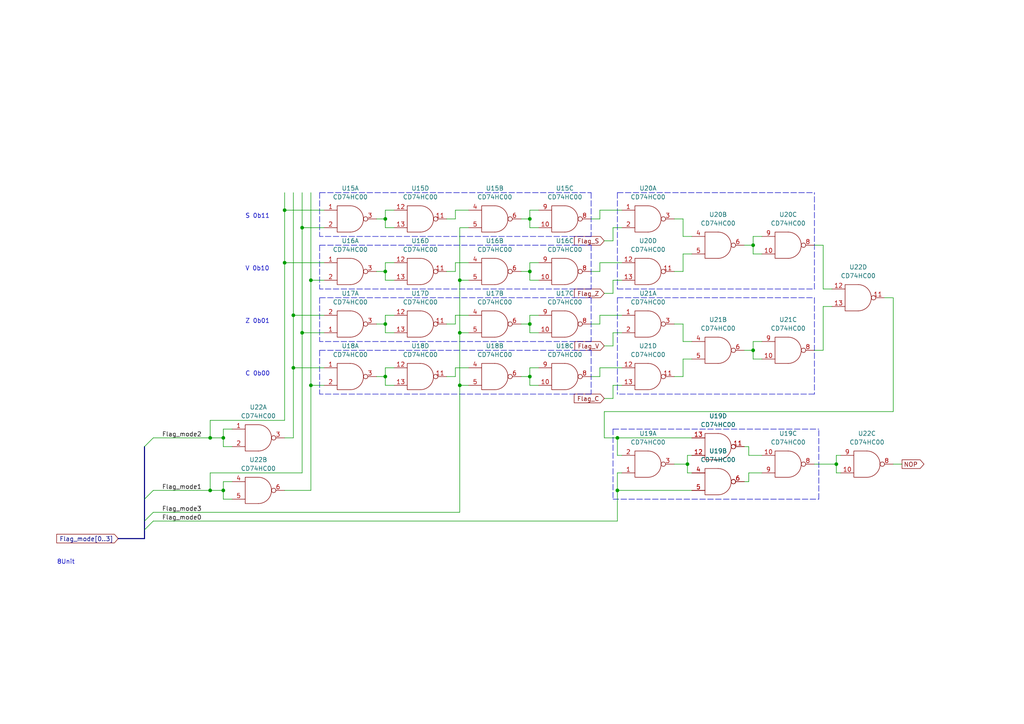
<source format=kicad_sch>
(kicad_sch (version 20211123) (generator eeschema)
  (paper "A4")
  (lib_symbols
    (symbol "CD74HCxx:CD74HC00" (pin_names (offset 0.762))
      (property "Reference" "U" (at -2.54 6.985 0))
      (property "Value" "CD74HC00" (at 1.27 5.08 0))
      (symbol "CD74HC00_0_0"
        (pin power_in line (at -2.54 2.54 0) (length 0) hide (name "VCC") (number "14"))
        (pin power_in line (at -2.54 -2.54 0) (length 0) hide (name "GND") (number "7"))
      )
      (symbol "CD74HC00_0_1"
        (arc (start 0 -3.81) (mid 3.81 0) (end 0 3.81))
        (polyline (pts (xy 0 3.81) (xy -3.81 3.81) (xy -3.81 -3.81) (xy 0 -3.81)))
      )
      (symbol "CD74HC00_0_2"
        (arc (start -4.445 -3.81) (mid -3.175 0) (end -4.445 3.81))
        (arc (start -3.175 -3.81) (mid 0.803 -2.7954) (end 3.81 0))
        (polyline (pts (xy -4.445 -3.81) (xy -3.175 -3.81)))
        (polyline (pts (xy -4.445 3.81) (xy -3.175 3.81)))
        (arc (start 3.81 0) (mid 0.8099 2.8117) (end -3.175 3.81))
      )
      (symbol "CD74HC00_1_1"
        (pin input line (at -7.62 2.54 0) (length 3.81) (name "~") (number "1"))
        (pin input line (at -7.62 -2.54 0) (length 3.81) (name "~") (number "2"))
        (pin output inverted (at 7.62 0 180) (length 3.81) (name "~") (number "3"))
      )
      (symbol "CD74HC00_1_2"
        (pin input inverted (at -7.62 2.54 0) (length 3.81) (name "~") (number "1"))
        (pin input inverted (at -7.62 -2.54 0) (length 3.81) (name "~") (number "2"))
        (pin output line (at 7.62 0 180) (length 3.81) (name "~") (number "3"))
      )
      (symbol "CD74HC00_2_1"
        (pin input line (at -7.62 2.54 0) (length 3.81) (name "~") (number "4"))
        (pin input line (at -7.62 -2.54 0) (length 3.81) (name "~") (number "5"))
        (pin output inverted (at 7.62 0 180) (length 3.81) (name "~") (number "6"))
      )
      (symbol "CD74HC00_2_2"
        (pin input inverted (at -7.62 2.54 0) (length 3.81) (name "~") (number "4"))
        (pin input inverted (at -7.62 -2.54 0) (length 3.81) (name "~") (number "5"))
        (pin output line (at 7.62 0 180) (length 3.81) (name "~") (number "6"))
      )
      (symbol "CD74HC00_3_1"
        (pin input line (at -7.62 -2.54 0) (length 3.81) (name "~") (number "10"))
        (pin output inverted (at 7.62 0 180) (length 3.81) (name "~") (number "8"))
        (pin input line (at -7.62 2.54 0) (length 3.81) (name "~") (number "9"))
      )
      (symbol "CD74HC00_3_2"
        (pin input inverted (at -7.62 -2.54 0) (length 3.81) (name "~") (number "10"))
        (pin output line (at 7.62 0 180) (length 3.81) (name "~") (number "8"))
        (pin input inverted (at -7.62 2.54 0) (length 3.81) (name "~") (number "9"))
      )
      (symbol "CD74HC00_4_1"
        (pin output inverted (at 7.62 0 180) (length 3.81) (name "~") (number "11"))
        (pin input line (at -7.62 2.54 0) (length 3.81) (name "~") (number "12"))
        (pin input line (at -7.62 -2.54 0) (length 3.81) (name "~") (number "13"))
      )
      (symbol "CD74HC00_4_2"
        (pin output line (at 7.62 0 180) (length 3.81) (name "~") (number "11"))
        (pin input inverted (at -7.62 2.54 0) (length 3.81) (name "~") (number "12"))
        (pin input inverted (at -7.62 -2.54 0) (length 3.81) (name "~") (number "13"))
      )
    )
  )
  (junction (at 60.96 142.24))
  (junction (at 218.44 71.12))
  (junction (at 153.67 93.98))
  (junction (at 111.76 109.22))
  (junction (at 85.09 91.44))
  (junction (at 111.76 78.74))
  (junction (at 199.39 134.62))
  (junction (at 64.77 127))
  (junction (at 133.35 96.52))
  (junction (at 60.96 127))
  (junction (at 133.35 111.76))
  (junction (at 64.77 142.24))
  (junction (at 242.57 134.62))
  (junction (at 90.17 111.76))
  (junction (at 85.09 106.68))
  (junction (at 218.44 101.6))
  (junction (at 90.17 81.28))
  (junction (at 82.55 60.96))
  (junction (at 133.35 81.28))
  (junction (at 111.76 93.98))
  (junction (at 179.07 142.24))
  (junction (at 111.76 63.5))
  (junction (at 179.07 127))
  (junction (at 153.67 63.5))
  (junction (at 87.63 96.52))
  (junction (at 82.55 76.2))
  (junction (at 87.63 66.04))
  (junction (at 153.67 109.22))
  (junction (at 153.67 78.74))
  (bus_entry (at 41.91 153.67) (size 2.54 -2.54))
  (bus_entry (at 41.91 151.13) (size 2.54 -2.54))
  (bus_entry (at 41.91 144.78) (size 2.54 -2.54))
  (bus_entry (at 41.91 129.54) (size 2.54 -2.54))
  (wire (pts (xy 64.77 129.54) (xy 64.77 127)))
  (wire (pts (xy 132.08 78.74) (xy 132.08 76.2)))
  (polyline (pts (xy 179.07 86.36) (xy 236.22 86.36)))
  (polyline (pts (xy 92.71 101.6) (xy 92.71 114.3)))
  (polyline (pts (xy 171.45 68.58) (xy 92.71 68.58)))
  (wire (pts (xy 44.45 148.59) (xy 133.35 148.59)))
  (wire (pts (xy 195.58 63.5) (xy 198.12 63.5)))
  (wire (pts (xy 44.45 151.13) (xy 179.07 151.13)))
  (polyline (pts (xy 179.07 83.82) (xy 236.22 83.82)))
  (wire (pts (xy 218.44 101.6) (xy 218.44 99.06)))
  (wire (pts (xy 109.22 63.5) (xy 111.76 63.5)))
  (wire (pts (xy 238.76 101.6) (xy 238.76 88.9)))
  (wire (pts (xy 64.77 144.78) (xy 64.77 142.24)))
  (wire (pts (xy 151.13 109.22) (xy 153.67 109.22)))
  (wire (pts (xy 132.08 60.96) (xy 135.89 60.96)))
  (polyline (pts (xy 177.8 124.46) (xy 177.8 144.78)))
  (wire (pts (xy 177.8 111.76) (xy 177.8 115.57)))
  (polyline (pts (xy 171.45 71.12) (xy 171.45 83.82)))
  (wire (pts (xy 132.08 109.22) (xy 132.08 106.68)))
  (wire (pts (xy 200.66 137.16) (xy 199.39 137.16)))
  (wire (pts (xy 111.76 106.68) (xy 114.3 106.68)))
  (wire (pts (xy 220.98 104.14) (xy 218.44 104.14)))
  (wire (pts (xy 111.76 96.52) (xy 111.76 93.98)))
  (wire (pts (xy 153.67 76.2) (xy 156.21 76.2)))
  (wire (pts (xy 153.67 91.44) (xy 156.21 91.44)))
  (polyline (pts (xy 236.22 86.36) (xy 236.22 114.3)))
  (wire (pts (xy 87.63 66.04) (xy 87.63 96.52)))
  (polyline (pts (xy 179.07 55.88) (xy 236.22 55.88)))
  (wire (pts (xy 133.35 148.59) (xy 133.35 111.76)))
  (wire (pts (xy 179.07 142.24) (xy 200.66 142.24)))
  (wire (pts (xy 109.22 78.74) (xy 111.76 78.74)))
  (wire (pts (xy 199.39 134.62) (xy 199.39 132.08)))
  (wire (pts (xy 195.58 93.98) (xy 198.12 93.98)))
  (wire (pts (xy 195.58 78.74) (xy 198.12 78.74)))
  (wire (pts (xy 153.67 109.22) (xy 153.67 106.68)))
  (wire (pts (xy 173.99 91.44) (xy 180.34 91.44)))
  (wire (pts (xy 114.3 81.28) (xy 111.76 81.28)))
  (bus (pts (xy 41.91 153.67) (xy 41.91 156.21)))
  (wire (pts (xy 198.12 109.22) (xy 198.12 104.14)))
  (wire (pts (xy 175.26 85.09) (xy 177.8 85.09)))
  (wire (pts (xy 198.12 104.14) (xy 200.66 104.14)))
  (wire (pts (xy 60.96 127) (xy 64.77 127)))
  (wire (pts (xy 173.99 78.74) (xy 173.99 76.2)))
  (wire (pts (xy 85.09 91.44) (xy 93.98 91.44)))
  (polyline (pts (xy 236.22 83.82) (xy 236.22 55.88)))
  (wire (pts (xy 111.76 111.76) (xy 111.76 109.22)))
  (polyline (pts (xy 92.71 86.36) (xy 171.45 86.36)))
  (wire (pts (xy 153.67 63.5) (xy 153.67 60.96)))
  (wire (pts (xy 132.08 93.98) (xy 132.08 91.44)))
  (wire (pts (xy 153.67 106.68) (xy 156.21 106.68)))
  (wire (pts (xy 242.57 137.16) (xy 242.57 134.62)))
  (wire (pts (xy 171.45 93.98) (xy 173.99 93.98)))
  (wire (pts (xy 111.76 91.44) (xy 114.3 91.44)))
  (wire (pts (xy 198.12 68.58) (xy 200.66 68.58)))
  (wire (pts (xy 220.98 73.66) (xy 218.44 73.66)))
  (wire (pts (xy 173.99 63.5) (xy 173.99 60.96)))
  (wire (pts (xy 90.17 81.28) (xy 93.98 81.28)))
  (wire (pts (xy 180.34 132.08) (xy 179.07 132.08)))
  (wire (pts (xy 236.22 134.62) (xy 242.57 134.62)))
  (wire (pts (xy 67.31 124.46) (xy 64.77 124.46)))
  (wire (pts (xy 153.67 109.22) (xy 153.67 111.76)))
  (polyline (pts (xy 92.71 86.36) (xy 92.71 99.06)))
  (wire (pts (xy 82.55 127) (xy 85.09 127)))
  (wire (pts (xy 133.35 81.28) (xy 133.35 96.52)))
  (polyline (pts (xy 92.71 71.12) (xy 171.45 71.12)))
  (wire (pts (xy 153.67 60.96) (xy 156.21 60.96)))
  (polyline (pts (xy 171.45 83.82) (xy 92.71 83.82)))
  (wire (pts (xy 179.07 151.13) (xy 179.07 142.24)))
  (bus (pts (xy 41.91 144.78) (xy 41.91 151.13)))
  (wire (pts (xy 238.76 71.12) (xy 238.76 83.82)))
  (wire (pts (xy 215.9 101.6) (xy 218.44 101.6)))
  (wire (pts (xy 111.76 76.2) (xy 114.3 76.2)))
  (wire (pts (xy 173.99 106.68) (xy 180.34 106.68)))
  (wire (pts (xy 177.8 96.52) (xy 177.8 100.33)))
  (wire (pts (xy 129.54 93.98) (xy 132.08 93.98)))
  (wire (pts (xy 171.45 78.74) (xy 173.99 78.74)))
  (wire (pts (xy 85.09 91.44) (xy 85.09 106.68)))
  (wire (pts (xy 90.17 55.88) (xy 90.17 81.28)))
  (polyline (pts (xy 179.07 86.36) (xy 179.07 114.3)))
  (wire (pts (xy 215.9 71.12) (xy 218.44 71.12)))
  (wire (pts (xy 179.07 137.16) (xy 179.07 142.24)))
  (wire (pts (xy 60.96 142.24) (xy 64.77 142.24)))
  (wire (pts (xy 87.63 96.52) (xy 93.98 96.52)))
  (wire (pts (xy 151.13 78.74) (xy 153.67 78.74)))
  (wire (pts (xy 156.21 96.52) (xy 153.67 96.52)))
  (wire (pts (xy 218.44 71.12) (xy 218.44 68.58)))
  (wire (pts (xy 133.35 111.76) (xy 135.89 111.76)))
  (wire (pts (xy 60.96 142.24) (xy 60.96 137.16)))
  (wire (pts (xy 153.67 78.74) (xy 153.67 76.2)))
  (wire (pts (xy 133.35 66.04) (xy 135.89 66.04)))
  (wire (pts (xy 171.45 109.22) (xy 173.99 109.22)))
  (wire (pts (xy 111.76 93.98) (xy 111.76 91.44)))
  (wire (pts (xy 238.76 83.82) (xy 241.3 83.82)))
  (wire (pts (xy 111.76 66.04) (xy 111.76 63.5)))
  (wire (pts (xy 256.54 86.36) (xy 259.08 86.36)))
  (wire (pts (xy 82.55 60.96) (xy 82.55 76.2)))
  (wire (pts (xy 111.76 63.5) (xy 111.76 60.96)))
  (wire (pts (xy 60.96 121.92) (xy 82.55 121.92)))
  (wire (pts (xy 90.17 111.76) (xy 90.17 142.24)))
  (wire (pts (xy 180.34 137.16) (xy 179.07 137.16)))
  (wire (pts (xy 259.08 134.62) (xy 261.62 134.62)))
  (wire (pts (xy 82.55 60.96) (xy 93.98 60.96)))
  (wire (pts (xy 156.21 111.76) (xy 153.67 111.76)))
  (wire (pts (xy 114.3 96.52) (xy 111.76 96.52)))
  (wire (pts (xy 85.09 106.68) (xy 93.98 106.68)))
  (wire (pts (xy 215.9 139.7) (xy 217.17 139.7)))
  (wire (pts (xy 259.08 119.38) (xy 175.26 119.38)))
  (wire (pts (xy 132.08 91.44) (xy 135.89 91.44)))
  (wire (pts (xy 175.26 127) (xy 179.07 127)))
  (wire (pts (xy 82.55 76.2) (xy 93.98 76.2)))
  (wire (pts (xy 90.17 81.28) (xy 90.17 111.76)))
  (wire (pts (xy 179.07 127) (xy 200.66 127)))
  (wire (pts (xy 217.17 137.16) (xy 220.98 137.16)))
  (wire (pts (xy 87.63 55.88) (xy 87.63 66.04)))
  (bus (pts (xy 34.29 156.21) (xy 41.91 156.21)))
  (wire (pts (xy 217.17 129.54) (xy 217.17 132.08)))
  (wire (pts (xy 177.8 81.28) (xy 177.8 85.09)))
  (wire (pts (xy 195.58 134.62) (xy 199.39 134.62)))
  (wire (pts (xy 242.57 134.62) (xy 242.57 132.08)))
  (wire (pts (xy 198.12 73.66) (xy 200.66 73.66)))
  (wire (pts (xy 180.34 96.52) (xy 177.8 96.52)))
  (polyline (pts (xy 179.07 55.88) (xy 179.07 83.82)))
  (wire (pts (xy 238.76 88.9) (xy 241.3 88.9)))
  (wire (pts (xy 85.09 106.68) (xy 85.09 127)))
  (wire (pts (xy 175.26 69.85) (xy 177.8 69.85)))
  (wire (pts (xy 173.99 60.96) (xy 180.34 60.96)))
  (polyline (pts (xy 92.71 101.6) (xy 171.45 101.6)))
  (wire (pts (xy 175.26 100.33) (xy 177.8 100.33)))
  (wire (pts (xy 198.12 78.74) (xy 198.12 73.66)))
  (wire (pts (xy 60.96 127) (xy 60.96 121.92)))
  (wire (pts (xy 179.07 132.08) (xy 179.07 127)))
  (wire (pts (xy 195.58 109.22) (xy 198.12 109.22)))
  (polyline (pts (xy 177.8 144.78) (xy 237.49 144.78)))
  (wire (pts (xy 64.77 142.24) (xy 64.77 139.7)))
  (wire (pts (xy 133.35 81.28) (xy 135.89 81.28)))
  (wire (pts (xy 114.3 111.76) (xy 111.76 111.76)))
  (wire (pts (xy 85.09 55.88) (xy 85.09 91.44)))
  (wire (pts (xy 111.76 60.96) (xy 114.3 60.96)))
  (wire (pts (xy 132.08 76.2) (xy 135.89 76.2)))
  (wire (pts (xy 133.35 96.52) (xy 133.35 111.76)))
  (polyline (pts (xy 171.45 99.06) (xy 92.71 99.06)))
  (polyline (pts (xy 177.8 124.46) (xy 237.49 124.46)))
  (wire (pts (xy 180.34 111.76) (xy 177.8 111.76)))
  (wire (pts (xy 177.8 66.04) (xy 177.8 69.85)))
  (wire (pts (xy 87.63 96.52) (xy 87.63 137.16)))
  (wire (pts (xy 171.45 63.5) (xy 173.99 63.5)))
  (wire (pts (xy 173.99 109.22) (xy 173.99 106.68)))
  (wire (pts (xy 215.9 129.54) (xy 217.17 129.54)))
  (wire (pts (xy 111.76 78.74) (xy 111.76 76.2)))
  (wire (pts (xy 243.84 137.16) (xy 242.57 137.16)))
  (wire (pts (xy 173.99 93.98) (xy 173.99 91.44)))
  (wire (pts (xy 82.55 142.24) (xy 90.17 142.24)))
  (wire (pts (xy 109.22 93.98) (xy 111.76 93.98)))
  (wire (pts (xy 44.45 127) (xy 60.96 127)))
  (wire (pts (xy 218.44 68.58) (xy 220.98 68.58)))
  (polyline (pts (xy 237.49 144.78) (xy 237.49 124.46)))
  (wire (pts (xy 60.96 137.16) (xy 87.63 137.16)))
  (wire (pts (xy 114.3 66.04) (xy 111.76 66.04)))
  (wire (pts (xy 236.22 71.12) (xy 238.76 71.12)))
  (wire (pts (xy 132.08 106.68) (xy 135.89 106.68)))
  (wire (pts (xy 180.34 81.28) (xy 177.8 81.28)))
  (polyline (pts (xy 171.45 114.3) (xy 92.71 114.3)))
  (wire (pts (xy 87.63 66.04) (xy 93.98 66.04)))
  (wire (pts (xy 133.35 66.04) (xy 133.35 81.28)))
  (wire (pts (xy 129.54 78.74) (xy 132.08 78.74)))
  (wire (pts (xy 111.76 81.28) (xy 111.76 78.74)))
  (wire (pts (xy 153.67 78.74) (xy 153.67 81.28)))
  (wire (pts (xy 199.39 134.62) (xy 199.39 137.16)))
  (wire (pts (xy 218.44 99.06) (xy 220.98 99.06)))
  (wire (pts (xy 175.26 115.57) (xy 177.8 115.57)))
  (wire (pts (xy 218.44 71.12) (xy 218.44 73.66)))
  (wire (pts (xy 90.17 111.76) (xy 93.98 111.76)))
  (wire (pts (xy 199.39 132.08) (xy 200.66 132.08)))
  (wire (pts (xy 64.77 139.7) (xy 67.31 139.7)))
  (wire (pts (xy 259.08 86.36) (xy 259.08 119.38)))
  (wire (pts (xy 173.99 76.2) (xy 180.34 76.2)))
  (wire (pts (xy 217.17 132.08) (xy 220.98 132.08)))
  (wire (pts (xy 217.17 139.7) (xy 217.17 137.16)))
  (wire (pts (xy 67.31 129.54) (xy 64.77 129.54)))
  (wire (pts (xy 153.67 93.98) (xy 153.67 96.52)))
  (wire (pts (xy 175.26 119.38) (xy 175.26 127)))
  (wire (pts (xy 109.22 109.22) (xy 111.76 109.22)))
  (wire (pts (xy 64.77 124.46) (xy 64.77 127)))
  (bus (pts (xy 41.91 151.13) (xy 41.91 153.67)))
  (wire (pts (xy 82.55 55.88) (xy 82.55 60.96)))
  (wire (pts (xy 111.76 109.22) (xy 111.76 106.68)))
  (wire (pts (xy 44.45 142.24) (xy 60.96 142.24)))
  (wire (pts (xy 198.12 93.98) (xy 198.12 99.06)))
  (bus (pts (xy 41.91 129.54) (xy 41.91 144.78)))
  (wire (pts (xy 151.13 93.98) (xy 153.67 93.98)))
  (wire (pts (xy 198.12 99.06) (xy 200.66 99.06)))
  (wire (pts (xy 156.21 66.04) (xy 153.67 66.04)))
  (wire (pts (xy 218.44 101.6) (xy 218.44 104.14)))
  (wire (pts (xy 153.67 93.98) (xy 153.67 91.44)))
  (polyline (pts (xy 92.71 71.12) (xy 92.71 83.82)))
  (polyline (pts (xy 171.45 101.6) (xy 171.45 114.3)))
  (wire (pts (xy 153.67 63.5) (xy 153.67 66.04)))
  (wire (pts (xy 129.54 63.5) (xy 132.08 63.5)))
  (wire (pts (xy 242.57 132.08) (xy 243.84 132.08)))
  (wire (pts (xy 129.54 109.22) (xy 132.08 109.22)))
  (polyline (pts (xy 92.71 55.88) (xy 92.71 68.58)))
  (wire (pts (xy 180.34 66.04) (xy 177.8 66.04)))
  (wire (pts (xy 151.13 63.5) (xy 153.67 63.5)))
  (polyline (pts (xy 171.45 86.36) (xy 171.45 99.06)))
  (wire (pts (xy 133.35 96.52) (xy 135.89 96.52)))
  (wire (pts (xy 82.55 76.2) (xy 82.55 121.92)))
  (wire (pts (xy 132.08 63.5) (xy 132.08 60.96)))
  (wire (pts (xy 236.22 101.6) (xy 238.76 101.6)))
  (wire (pts (xy 198.12 63.5) (xy 198.12 68.58)))
  (wire (pts (xy 156.21 81.28) (xy 153.67 81.28)))
  (polyline (pts (xy 92.71 55.88) (xy 171.45 55.88)))
  (polyline (pts (xy 236.22 114.3) (xy 179.07 114.3)))
  (polyline (pts (xy 171.45 55.88) (xy 171.45 68.58)))
  (wire (pts (xy 67.31 144.78) (xy 64.77 144.78)))
  (text "S 0b11" (at 71.12 63.5 0) (effects (font (size 1.27 1.27)) (justify left bottom)))
  (text "Z 0b01" (at 71.12 93.98 0) (effects (font (size 1.27 1.27)) (justify left bottom)))
  (text "C 0b00" (at 71.12 109.22 0) (effects (font (size 1.27 1.27)) (justify left bottom)))
  (text "8Unit" (at 16.51 163.83 0) (effects (font (size 1.27 1.27)) (justify left bottom)))
  (text "V 0b10" (at 71.12 78.74 0) (effects (font (size 1.27 1.27)) (justify left bottom)))
  (label "Flag_mode1" (at 46.99 142.24 0))
  (label "Flag_mode0" (at 46.99 151.13 0))
  (label "Flag_mode2" (at 46.99 127 0))
  (label "Flag_mode3" (at 46.99 148.59 0))
  (global_label "Flag_mode[0..3]" (shape input) (at 34.29 156.21 180) (property "Intersheet References" "${INTERSHEET_REFS}" (effects hide)))
  (global_label "Flag_S" (shape input) (at 175.26 69.85 180) (property "Intersheet References" "${INTERSHEET_REFS}" (effects hide)))
  (global_label "Flag_V" (shape input) (at 175.26 100.33 180) (property "Intersheet References" "${INTERSHEET_REFS}" (effects hide)))
  (global_label "Flag_C" (shape input) (at 175.26 115.57 180) (property "Intersheet References" "${INTERSHEET_REFS}" (effects hide)))
  (global_label "NOP" (shape output) (at 261.62 134.62 0) (property "Intersheet References" "${INTERSHEET_REFS}" (effects hide)))
  (global_label "Flag_Z" (shape input) (at 175.26 85.09 180) (property "Intersheet References" "${INTERSHEET_REFS}" (effects hide)))
  (symbol (lib_id "CD74HCxx:CD74HC00") (at 251.46 134.62 0) (unit 3)
    (property "Reference" "U22" (at 251.46 125.73 0))
    (property "Value" "CD74HC00" (at 251.46 128.27 0))
    (property "Footprint" "Package_DIP:DIP-14_W7.62mm" (effects hide))
  )
  (symbol (lib_id "CD74HCxx:CD74HC00") (at 228.6 101.6 0) (unit 3)
    (property "Reference" "U21" (at 228.6 92.71 0))
    (property "Value" "CD74HC00" (at 228.6 95.25 0))
    (property "Footprint" "Package_DIP:DIP-14_W7.62mm" (effects hide))
  )
  (symbol (lib_id "CD74HCxx:CD74HC00") (at 163.83 63.5 0) (unit 3)
    (property "Reference" "U15" (at 163.83 54.61 0))
    (property "Value" "CD74HC00" (at 163.83 57.15 0))
    (property "Footprint" "Package_DIP:DIP-14_W7.62mm" (effects hide))
  )
  (symbol (lib_id "CD74HCxx:CD74HC00") (at 228.6 71.12 0) (unit 3)
    (property "Reference" "U20" (at 228.6 62.23 0))
    (property "Value" "CD74HC00" (at 228.6 64.77 0))
    (property "Footprint" "Package_DIP:DIP-14_W7.62mm" (effects hide))
  )
  (symbol (lib_id "CD74HCxx:CD74HC00") (at 121.92 63.5 0) (unit 4)
    (property "Reference" "U15" (at 121.92 54.61 0))
    (property "Value" "CD74HC00" (at 121.92 57.15 0))
    (property "Footprint" "Package_DIP:DIP-14_W7.62mm" (effects hide))
  )
  (symbol (lib_id "CD74HCxx:CD74HC00") (at 187.96 63.5 0) (unit 1)
    (property "Reference" "U20" (at 187.96 54.61 0))
    (property "Value" "CD74HC00" (at 187.96 57.15 0))
    (property "Footprint" "Package_DIP:DIP-14_W7.62mm" (effects hide))
  )
  (symbol (lib_id "CD74HCxx:CD74HC00") (at 187.96 93.98 0) (unit 1)
    (property "Reference" "U21" (at 187.96 85.09 0))
    (property "Value" "CD74HC00" (at 187.96 87.63 0))
    (property "Footprint" "Package_DIP:DIP-14_W7.62mm" (effects hide))
  )
  (symbol (lib_id "CD74HCxx:CD74HC00") (at 143.51 109.22 0) (unit 2)
    (property "Reference" "U18" (at 143.51 100.33 0))
    (property "Value" "CD74HC00" (at 143.51 102.87 0))
    (property "Footprint" "Package_DIP:DIP-14_W7.62mm" (effects hide))
  )
  (symbol (lib_id "CD74HCxx:CD74HC00") (at 121.92 109.22 0) (unit 4)
    (property "Reference" "U18" (at 121.92 100.33 0))
    (property "Value" "CD74HC00" (at 121.92 102.87 0))
    (property "Footprint" "Package_DIP:DIP-14_W7.62mm" (effects hide))
  )
  (symbol (lib_id "CD74HCxx:CD74HC00") (at 228.6 134.62 0) (mirror x) (unit 3)
    (property "Reference" "U19" (at 228.6 125.73 0))
    (property "Value" "CD74HC00" (at 228.6 128.27 0))
    (property "Footprint" "Package_DIP:DIP-14_W7.62mm" (effects hide))
  )
  (symbol (lib_id "CD74HCxx:CD74HC00") (at 101.6 109.22 0) (unit 1)
    (property "Reference" "U18" (at 101.6 100.33 0))
    (property "Value" "CD74HC00" (at 101.6 102.87 0))
    (property "Footprint" "Package_DIP:DIP-14_W7.62mm" (effects hide))
  )
  (symbol (lib_id "CD74HCxx:CD74HC00") (at 143.51 63.5 0) (unit 2)
    (property "Reference" "U15" (at 143.51 54.61 0))
    (property "Value" "CD74HC00" (at 143.51 57.15 0))
    (property "Footprint" "Package_DIP:DIP-14_W7.62mm" (effects hide))
  )
  (symbol (lib_id "CD74HCxx:CD74HC00") (at 208.28 129.54 0) (mirror x) (unit 4)
    (property "Reference" "U19" (at 208.28 120.65 0))
    (property "Value" "CD74HC00" (at 208.28 123.19 0))
    (property "Footprint" "Package_DIP:DIP-14_W7.62mm" (effects hide))
  )
  (symbol (lib_id "CD74HCxx:CD74HC00") (at 163.83 109.22 0) (unit 3)
    (property "Reference" "U18" (at 163.83 100.33 0))
    (property "Value" "CD74HC00" (at 163.83 102.87 0))
    (property "Footprint" "Package_DIP:DIP-14_W7.62mm" (effects hide))
  )
  (symbol (lib_id "CD74HCxx:CD74HC00") (at 143.51 93.98 0) (unit 2)
    (property "Reference" "U17" (at 143.51 85.09 0))
    (property "Value" "CD74HC00" (at 143.51 87.63 0))
    (property "Footprint" "Package_DIP:DIP-14_W7.62mm" (effects hide))
  )
  (symbol (lib_id "CD74HCxx:CD74HC00") (at 101.6 63.5 0) (unit 1)
    (property "Reference" "U15" (at 101.6 54.61 0))
    (property "Value" "CD74HC00" (at 101.6 57.15 0))
    (property "Footprint" "Package_DIP:DIP-14_W7.62mm" (effects hide))
  )
  (symbol (lib_id "CD74HCxx:CD74HC00") (at 187.96 109.22 0) (unit 4)
    (property "Reference" "U21" (at 187.96 100.33 0))
    (property "Value" "CD74HC00" (at 187.96 102.87 0))
    (property "Footprint" "Package_DIP:DIP-14_W7.62mm" (effects hide))
  )
  (symbol (lib_id "CD74HCxx:CD74HC00") (at 187.96 78.74 0) (unit 4)
    (property "Reference" "U20" (at 187.96 69.85 0))
    (property "Value" "CD74HC00" (at 187.96 72.39 0))
    (property "Footprint" "Package_DIP:DIP-14_W7.62mm" (effects hide))
  )
  (symbol (lib_id "CD74HCxx:CD74HC00") (at 187.96 134.62 0) (mirror x) (unit 1)
    (property "Reference" "U19" (at 187.96 125.73 0))
    (property "Value" "CD74HC00" (at 187.96 128.27 0))
    (property "Footprint" "Package_DIP:DIP-14_W7.62mm" (effects hide))
  )
  (symbol (lib_id "CD74HCxx:CD74HC00") (at 121.92 78.74 0) (unit 4)
    (property "Reference" "U16" (at 121.92 69.85 0))
    (property "Value" "CD74HC00" (at 121.92 72.39 0))
    (property "Footprint" "Package_DIP:DIP-14_W7.62mm" (effects hide))
  )
  (symbol (lib_id "CD74HCxx:CD74HC00") (at 248.92 86.36 0) (unit 4)
    (property "Reference" "U22" (at 248.92 77.47 0))
    (property "Value" "CD74HC00" (at 248.92 80.01 0))
    (property "Footprint" "Package_DIP:DIP-14_W7.62mm" (effects hide))
  )
  (symbol (lib_id "CD74HCxx:CD74HC00") (at 208.28 71.12 0) (unit 2)
    (property "Reference" "U20" (at 208.28 62.23 0))
    (property "Value" "CD74HC00" (at 208.28 64.77 0))
    (property "Footprint" "Package_DIP:DIP-14_W7.62mm" (effects hide))
  )
  (symbol (lib_id "CD74HCxx:CD74HC00") (at 163.83 78.74 0) (unit 3)
    (property "Reference" "U16" (at 163.83 69.85 0))
    (property "Value" "CD74HC00" (at 163.83 72.39 0))
    (property "Footprint" "Package_DIP:DIP-14_W7.62mm" (effects hide))
  )
  (symbol (lib_id "CD74HCxx:CD74HC00") (at 101.6 78.74 0) (unit 1)
    (property "Reference" "U16" (at 101.6 69.85 0))
    (property "Value" "CD74HC00" (at 101.6 72.39 0))
    (property "Footprint" "Package_DIP:DIP-14_W7.62mm" (effects hide))
  )
  (symbol (lib_id "CD74HCxx:CD74HC00") (at 143.51 78.74 0) (unit 2)
    (property "Reference" "U16" (at 143.51 69.85 0))
    (property "Value" "CD74HC00" (at 143.51 72.39 0))
    (property "Footprint" "Package_DIP:DIP-14_W7.62mm" (effects hide))
  )
  (symbol (lib_id "CD74HCxx:CD74HC00") (at 74.93 142.24 0) (unit 2)
    (property "Reference" "U22" (at 74.93 133.35 0))
    (property "Value" "CD74HC00" (at 74.93 135.89 0))
    (property "Footprint" "Package_DIP:DIP-14_W7.62mm" (effects hide))
  )
  (symbol (lib_id "CD74HCxx:CD74HC00") (at 208.28 139.7 0) (unit 2)
    (property "Reference" "U19" (at 208.28 130.81 0))
    (property "Value" "CD74HC00" (at 208.28 133.35 0))
    (property "Footprint" "Package_DIP:DIP-14_W7.62mm" (effects hide))
  )
  (symbol (lib_id "CD74HCxx:CD74HC00") (at 121.92 93.98 0) (unit 4)
    (property "Reference" "U17" (at 121.92 85.09 0))
    (property "Value" "CD74HC00" (at 121.92 87.63 0))
    (property "Footprint" "Package_DIP:DIP-14_W7.62mm" (effects hide))
  )
  (symbol (lib_id "CD74HCxx:CD74HC00") (at 74.93 127 0) (unit 1)
    (property "Reference" "U22" (at 74.93 118.11 0))
    (property "Value" "CD74HC00" (at 74.93 120.65 0))
    (property "Footprint" "Package_DIP:DIP-14_W7.62mm" (effects hide))
  )
  (symbol (lib_id "CD74HCxx:CD74HC00") (at 208.28 101.6 0) (unit 2)
    (property "Reference" "U21" (at 208.28 92.71 0))
    (property "Value" "CD74HC00" (at 208.28 95.25 0))
    (property "Footprint" "Package_DIP:DIP-14_W7.62mm" (effects hide))
  )
  (symbol (lib_id "CD74HCxx:CD74HC00") (at 163.83 93.98 0) (unit 3)
    (property "Reference" "U17" (at 163.83 85.09 0))
    (property "Value" "CD74HC00" (at 163.83 87.63 0))
    (property "Footprint" "Package_DIP:DIP-14_W7.62mm" (effects hide))
  )
  (symbol (lib_id "CD74HCxx:CD74HC00") (at 101.6 93.98 0) (mirror x) (unit 1)
    (property "Reference" "U17" (at 101.6 85.09 0))
    (property "Value" "CD74HC00" (at 101.6 87.63 0))
    (property "Footprint" "Package_DIP:DIP-14_W7.62mm" (effects hide))
  )
)
</source>
